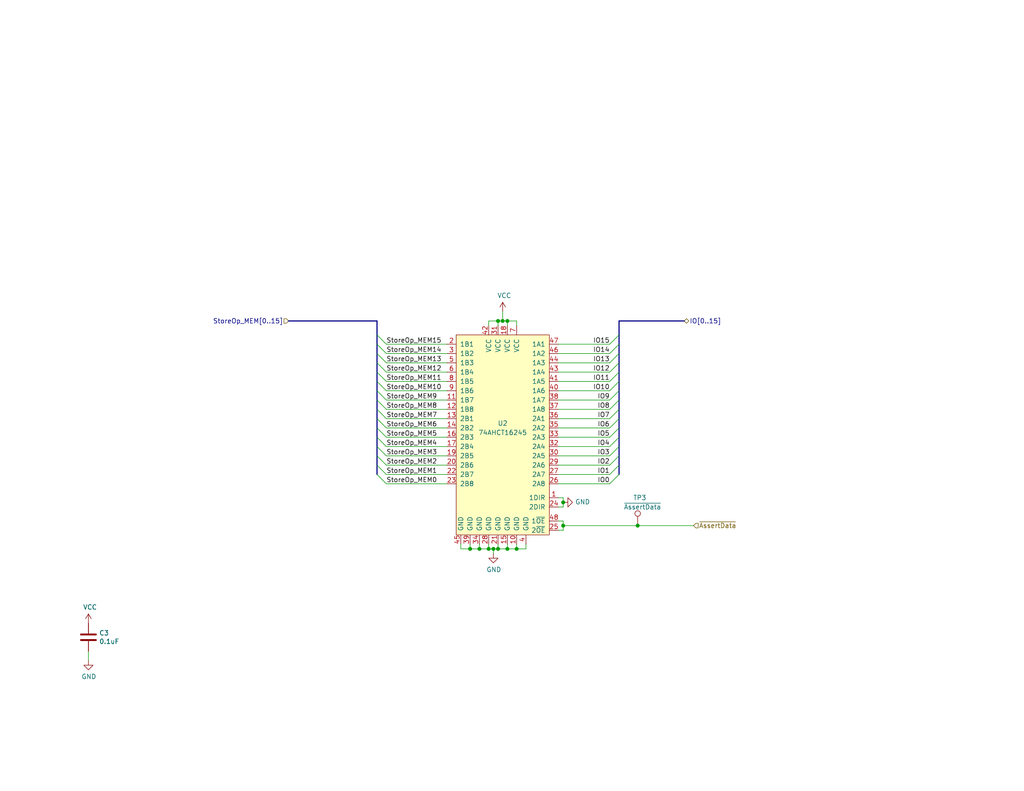
<source format=kicad_sch>
(kicad_sch (version 20230121) (generator eeschema)
  (paper "USLetter")
  (title_block (title "MEM: Buffer StoreOp") (date "2023-11-20") (rev "A") (comment 3 "This allows peripheral devices to assert their own value to the bus during a Load.") (comment 4 "The store operand can be disconnected from the system memory bus via tristate outputs."))
  (lib_symbols
    (symbol "74xx (kicad5):74AHCT16245_ba" (pin_names (offset 1.016))
      (property "Reference" "U" (at 0 1.27 0))
      (property "Value" "74AHCT16245_ba" (at 0 -1.27 0))
      (symbol "74AHCT16245_ba_0_1"
        (rectangle (start -12.7 26.67) (end 12.7 -27.94) (fill (type background)))
      )
      (symbol "74AHCT16245_ba_1_1"
        (pin input line (at -15.24 -17.78 0) (length 2.54) (name "1DIR") (number "1"))
        (pin power_in line (at -3.81 -30.48 90) (length 2.54) (name "GND") (number "10"))
        (pin input line (at 15.24 8.89 180) (length 2.54) (name "1B7") (number "11"))
        (pin input line (at 15.24 6.35 180) (length 2.54) (name "1B8") (number "12"))
        (pin input line (at 15.24 3.81 180) (length 2.54) (name "2B1") (number "13"))
        (pin input line (at 15.24 1.27 180) (length 2.54) (name "2B2") (number "14"))
        (pin power_in line (at -1.27 -30.48 90) (length 2.54) (name "GND") (number "15"))
        (pin input line (at 15.24 -1.27 180) (length 2.54) (name "2B3") (number "16"))
        (pin input line (at 15.24 -3.81 180) (length 2.54) (name "2B4") (number "17"))
        (pin power_in line (at -1.27 29.21 270) (length 2.54) (name "VCC") (number "18"))
        (pin input line (at 15.24 -6.35 180) (length 2.54) (name "2B5") (number "19"))
        (pin input line (at 15.24 24.13 180) (length 2.54) (name "1B1") (number "2"))
        (pin input line (at 15.24 -8.89 180) (length 2.54) (name "2B6") (number "20"))
        (pin power_in line (at 1.27 -30.48 90) (length 2.54) (name "GND") (number "21"))
        (pin input line (at 15.24 -11.43 180) (length 2.54) (name "2B7") (number "22"))
        (pin input line (at 15.24 -13.97 180) (length 2.54) (name "2B8") (number "23"))
        (pin input line (at -15.24 -20.32 0) (length 2.54) (name "2DIR") (number "24"))
        (pin input line (at -15.24 -26.67 0) (length 2.54) (name "2~{OE}") (number "25"))
        (pin tri_state line (at -15.24 -13.97 0) (length 2.54) (name "2A8") (number "26"))
        (pin tri_state line (at -15.24 -11.43 0) (length 2.54) (name "2A7") (number "27"))
        (pin power_in line (at 3.81 -30.48 90) (length 2.54) (name "GND") (number "28"))
        (pin tri_state line (at -15.24 -8.89 0) (length 2.54) (name "2A6") (number "29"))
        (pin input line (at 15.24 21.59 180) (length 2.54) (name "1B2") (number "3"))
        (pin tri_state line (at -15.24 -6.35 0) (length 2.54) (name "2A5") (number "30"))
        (pin power_in line (at 1.27 29.21 270) (length 2.54) (name "VCC") (number "31"))
        (pin tri_state line (at -15.24 -3.81 0) (length 2.54) (name "2A4") (number "32"))
        (pin tri_state line (at -15.24 -1.27 0) (length 2.54) (name "2A3") (number "33"))
        (pin power_in line (at 6.35 -30.48 90) (length 2.54) (name "GND") (number "34"))
        (pin tri_state line (at -15.24 1.27 0) (length 2.54) (name "2A2") (number "35"))
        (pin tri_state line (at -15.24 3.81 0) (length 2.54) (name "2A1") (number "36"))
        (pin tri_state line (at -15.24 6.35 0) (length 2.54) (name "1A8") (number "37"))
        (pin tri_state line (at -15.24 8.89 0) (length 2.54) (name "1A7") (number "38"))
        (pin power_in line (at 8.89 -30.48 90) (length 2.54) (name "GND") (number "39"))
        (pin power_in line (at -6.35 -30.48 90) (length 2.54) (name "GND") (number "4"))
        (pin tri_state line (at -15.24 11.43 0) (length 2.54) (name "1A6") (number "40"))
        (pin tri_state line (at -15.24 13.97 0) (length 2.54) (name "1A5") (number "41"))
        (pin power_in line (at 3.81 29.21 270) (length 2.54) (name "VCC") (number "42"))
        (pin tri_state line (at -15.24 16.51 0) (length 2.54) (name "1A4") (number "43"))
        (pin tri_state line (at -15.24 19.05 0) (length 2.54) (name "1A3") (number "44"))
        (pin power_in line (at 11.43 -30.48 90) (length 2.54) (name "GND") (number "45"))
        (pin tri_state line (at -15.24 21.59 0) (length 2.54) (name "1A2") (number "46"))
        (pin tri_state line (at -15.24 24.13 0) (length 2.54) (name "1A1") (number "47"))
        (pin input line (at -15.24 -24.13 0) (length 2.54) (name "1~{OE}") (number "48"))
        (pin input line (at 15.24 19.05 180) (length 2.54) (name "1B3") (number "5"))
        (pin input line (at 15.24 16.51 180) (length 2.54) (name "1B4") (number "6"))
        (pin power_in line (at -3.81 29.21 270) (length 2.54) (name "VCC") (number "7"))
        (pin input line (at 15.24 13.97 180) (length 2.54) (name "1B5") (number "8"))
        (pin input line (at 15.24 11.43 180) (length 2.54) (name "1B6") (number "9"))
      )
    )
    (symbol "Connector:TestPoint" (pin_numbers hide) (pin_names (offset 0.762) hide)
      (property "Reference" "TP" (at 0 6.858 0))
      (property "Value" "TestPoint" (at 0 5.08 0))
      (symbol "TestPoint_0_1"
        (circle (center 0 3.302) (radius 0.762))
      )
      (symbol "TestPoint_1_1"
        (pin passive line (at 0 0 90) (length 2.54) (name "1") (number "1"))
      )
    )
    (symbol "Device:C" (pin_numbers hide) (pin_names (offset 0.254))
      (property "Reference" "C" (at 0.635 2.54 0))
      (property "Value" "C" (at 0.635 -2.54 0))
      (symbol "C_0_1"
        (polyline (pts (xy -2.032 -0.762) (xy 2.032 -0.762)) (stroke (width 0.508)))
        (polyline (pts (xy -2.032 0.762) (xy 2.032 0.762)) (stroke (width 0.508)))
      )
      (symbol "C_1_1"
        (pin passive line (at 0 3.81 270) (length 2.794) (name "~") (number "1"))
        (pin passive line (at 0 -3.81 90) (length 2.794) (name "~") (number "2"))
      )
    )
    (symbol "power:GND" (power) (pin_names (offset 0))
      (property "Value" "GND" (at 0 -3.81 0))
      (symbol "GND_0_1"
        (polyline (pts (xy 0 0) (xy 0 -1.27) (xy 1.27 -1.27) (xy 0 -2.54) (xy -1.27 -1.27) (xy 0 -1.27)))
      )
      (symbol "GND_1_1"
        (pin power_in line (at 0 0 270) (length 0) hide (name "GND") (number "1"))
      )
    )
    (symbol "power:VCC" (power) (pin_names (offset 0))
      (property "Value" "VCC" (at 0 3.81 0))
      (symbol "VCC_0_1"
        (polyline (pts (xy -0.762 1.27) (xy 0 2.54)))
        (polyline (pts (xy 0 0) (xy 0 2.54)))
        (polyline (pts (xy 0 2.54) (xy 0.762 1.27)))
      )
      (symbol "VCC_1_1"
        (pin power_in line (at 0 0 90) (length 0) hide (name "VCC") (number "1"))
      )
    )
  )
  (junction (at 153.67 143.51))
  (junction (at 135.89 87.63))
  (junction (at 173.99 143.51))
  (junction (at 133.35 149.86))
  (junction (at 134.62 149.86))
  (junction (at 153.67 137.16))
  (junction (at 138.43 149.86))
  (junction (at 138.43 87.63))
  (junction (at 140.97 149.86))
  (junction (at 130.81 149.86))
  (junction (at 135.89 149.86))
  (junction (at 137.16 87.63))
  (junction (at 128.27 149.86))
  (bus_entry (at 105.41 111.76) (size -2.54 -2.54))
  (bus_entry (at 105.41 99.06) (size -2.54 -2.54))
  (bus_entry (at 166.37 111.76) (size 2.54 -2.54))
  (bus_entry (at 105.41 106.68) (size -2.54 -2.54))
  (bus_entry (at 166.37 116.84) (size 2.54 -2.54))
  (bus_entry (at 166.37 96.52) (size 2.54 -2.54))
  (bus_entry (at 105.41 114.3) (size -2.54 -2.54))
  (bus_entry (at 105.41 119.38) (size -2.54 -2.54))
  (bus_entry (at 166.37 121.92) (size 2.54 -2.54))
  (bus_entry (at 105.41 116.84) (size -2.54 -2.54))
  (bus_entry (at 166.37 106.68) (size 2.54 -2.54))
  (bus_entry (at 166.37 104.14) (size 2.54 -2.54))
  (bus_entry (at 105.41 121.92) (size -2.54 -2.54))
  (bus_entry (at 166.37 101.6) (size 2.54 -2.54))
  (bus_entry (at 166.37 132.08) (size 2.54 -2.54))
  (bus_entry (at 166.37 93.98) (size 2.54 -2.54))
  (bus_entry (at 166.37 114.3) (size 2.54 -2.54))
  (bus_entry (at 166.37 124.46) (size 2.54 -2.54))
  (bus_entry (at 105.41 101.6) (size -2.54 -2.54))
  (bus_entry (at 105.41 129.54) (size -2.54 -2.54))
  (bus_entry (at 166.37 119.38) (size 2.54 -2.54))
  (bus_entry (at 166.37 127) (size 2.54 -2.54))
  (bus_entry (at 105.41 124.46) (size -2.54 -2.54))
  (bus_entry (at 105.41 127) (size -2.54 -2.54))
  (bus_entry (at 105.41 93.98) (size -2.54 -2.54))
  (bus_entry (at 105.41 104.14) (size -2.54 -2.54))
  (bus_entry (at 105.41 132.08) (size -2.54 -2.54))
  (bus_entry (at 166.37 99.06) (size 2.54 -2.54))
  (bus_entry (at 105.41 96.52) (size -2.54 -2.54))
  (bus_entry (at 105.41 109.22) (size -2.54 -2.54))
  (bus_entry (at 166.37 129.54) (size 2.54 -2.54))
  (bus_entry (at 166.37 109.22) (size 2.54 -2.54))
  (wire (pts (xy 105.41 111.76) (xy 121.92 111.76)))
  (wire (pts (xy 135.89 148.59) (xy 135.89 149.86)))
  (wire (pts (xy 135.89 87.63) (xy 137.16 87.63)))
  (bus (pts (xy 168.91 109.22) (xy 168.91 111.76)))
  (wire (pts (xy 125.73 148.59) (xy 125.73 149.86)))
  (wire (pts (xy 166.37 101.6) (xy 152.4 101.6)))
  (wire (pts (xy 153.67 143.51) (xy 153.67 144.78)))
  (wire (pts (xy 166.37 109.22) (xy 152.4 109.22)))
  (wire (pts (xy 166.37 119.38) (xy 152.4 119.38)))
  (wire (pts (xy 153.67 142.24) (xy 153.67 143.51)))
  (wire (pts (xy 137.16 87.63) (xy 137.16 85.09)))
  (wire (pts (xy 152.4 135.89) (xy 153.67 135.89)))
  (wire (pts (xy 143.51 149.86) (xy 143.51 148.59)))
  (bus (pts (xy 168.91 127) (xy 168.91 129.54)))
  (wire (pts (xy 105.41 124.46) (xy 121.92 124.46)))
  (wire (pts (xy 105.41 101.6) (xy 121.92 101.6)))
  (wire (pts (xy 105.41 106.68) (xy 121.92 106.68)))
  (wire (pts (xy 138.43 149.86) (xy 140.97 149.86)))
  (wire (pts (xy 135.89 88.9) (xy 135.89 87.63)))
  (wire (pts (xy 105.41 132.08) (xy 121.92 132.08)))
  (wire (pts (xy 134.62 149.86) (xy 134.62 151.13)))
  (wire (pts (xy 153.67 143.51) (xy 173.99 143.51)))
  (wire (pts (xy 105.41 129.54) (xy 121.92 129.54)))
  (bus (pts (xy 102.87 87.63) (xy 78.74 87.63)))
  (bus (pts (xy 168.91 101.6) (xy 168.91 104.14)))
  (wire (pts (xy 140.97 148.59) (xy 140.97 149.86)))
  (wire (pts (xy 166.37 127) (xy 152.4 127)))
  (wire (pts (xy 166.37 116.84) (xy 152.4 116.84)))
  (bus (pts (xy 168.91 124.46) (xy 168.91 127)))
  (wire (pts (xy 134.62 149.86) (xy 135.89 149.86)))
  (bus (pts (xy 102.87 96.52) (xy 102.87 99.06)))
  (wire (pts (xy 166.37 114.3) (xy 152.4 114.3)))
  (wire (pts (xy 128.27 149.86) (xy 130.81 149.86)))
  (bus (pts (xy 102.87 124.46) (xy 102.87 127)))
  (wire (pts (xy 130.81 148.59) (xy 130.81 149.86)))
  (wire (pts (xy 153.67 144.78) (xy 152.4 144.78)))
  (bus (pts (xy 102.87 114.3) (xy 102.87 116.84)))
  (bus (pts (xy 102.87 119.38) (xy 102.87 121.92)))
  (bus (pts (xy 102.87 104.14) (xy 102.87 106.68)))
  (bus (pts (xy 168.91 104.14) (xy 168.91 106.68)))
  (bus (pts (xy 102.87 91.44) (xy 102.87 93.98)))
  (wire (pts (xy 153.67 138.43) (xy 152.4 138.43)))
  (bus (pts (xy 168.91 116.84) (xy 168.91 119.38)))
  (bus (pts (xy 102.87 99.06) (xy 102.87 101.6)))
  (bus (pts (xy 102.87 116.84) (xy 102.87 119.38)))
  (bus (pts (xy 168.91 106.68) (xy 168.91 109.22)))
  (wire (pts (xy 105.41 119.38) (xy 121.92 119.38)))
  (bus (pts (xy 168.91 87.63) (xy 168.91 91.44)))
  (wire (pts (xy 105.41 116.84) (xy 121.92 116.84)))
  (wire (pts (xy 166.37 99.06) (xy 152.4 99.06)))
  (wire (pts (xy 105.41 104.14) (xy 121.92 104.14)))
  (wire (pts (xy 153.67 137.16) (xy 153.67 138.43)))
  (bus (pts (xy 168.91 96.52) (xy 168.91 99.06)))
  (wire (pts (xy 105.41 93.98) (xy 121.92 93.98)))
  (wire (pts (xy 166.37 93.98) (xy 152.4 93.98)))
  (wire (pts (xy 133.35 87.63) (xy 135.89 87.63)))
  (bus (pts (xy 102.87 109.22) (xy 102.87 111.76)))
  (wire (pts (xy 105.41 96.52) (xy 121.92 96.52)))
  (bus (pts (xy 102.87 111.76) (xy 102.87 114.3)))
  (wire (pts (xy 138.43 87.63) (xy 140.97 87.63)))
  (bus (pts (xy 102.87 121.92) (xy 102.87 124.46)))
  (bus (pts (xy 168.91 93.98) (xy 168.91 96.52)))
  (bus (pts (xy 168.91 121.92) (xy 168.91 124.46)))
  (bus (pts (xy 102.87 101.6) (xy 102.87 104.14)))
  (wire (pts (xy 105.41 99.06) (xy 121.92 99.06)))
  (wire (pts (xy 133.35 149.86) (xy 134.62 149.86)))
  (wire (pts (xy 105.41 127) (xy 121.92 127)))
  (wire (pts (xy 133.35 148.59) (xy 133.35 149.86)))
  (wire (pts (xy 166.37 104.14) (xy 152.4 104.14)))
  (bus (pts (xy 168.91 87.63) (xy 186.69 87.63)))
  (wire (pts (xy 166.37 96.52) (xy 152.4 96.52)))
  (wire (pts (xy 138.43 87.63) (xy 138.43 88.9)))
  (wire (pts (xy 166.37 132.08) (xy 152.4 132.08)))
  (bus (pts (xy 102.87 87.63) (xy 102.87 91.44)))
  (bus (pts (xy 102.87 106.68) (xy 102.87 109.22)))
  (bus (pts (xy 168.91 91.44) (xy 168.91 93.98)))
  (wire (pts (xy 166.37 106.68) (xy 152.4 106.68)))
  (wire (pts (xy 133.35 88.9) (xy 133.35 87.63)))
  (wire (pts (xy 125.73 149.86) (xy 128.27 149.86)))
  (wire (pts (xy 140.97 149.86) (xy 143.51 149.86)))
  (bus (pts (xy 168.91 119.38) (xy 168.91 121.92)))
  (wire (pts (xy 166.37 121.92) (xy 152.4 121.92)))
  (wire (pts (xy 128.27 148.59) (xy 128.27 149.86)))
  (wire (pts (xy 138.43 148.59) (xy 138.43 149.86)))
  (wire (pts (xy 137.16 87.63) (xy 138.43 87.63)))
  (bus (pts (xy 102.87 127) (xy 102.87 129.54)))
  (wire (pts (xy 24.13 180.34) (xy 24.13 177.8)))
  (wire (pts (xy 105.41 114.3) (xy 121.92 114.3)))
  (bus (pts (xy 102.87 93.98) (xy 102.87 96.52)))
  (bus (pts (xy 168.91 114.3) (xy 168.91 116.84)))
  (wire (pts (xy 166.37 124.46) (xy 152.4 124.46)))
  (wire (pts (xy 153.67 135.89) (xy 153.67 137.16)))
  (wire (pts (xy 173.99 143.51) (xy 189.23 143.51)))
  (wire (pts (xy 166.37 129.54) (xy 152.4 129.54)))
  (wire (pts (xy 130.81 149.86) (xy 133.35 149.86)))
  (wire (pts (xy 140.97 87.63) (xy 140.97 88.9)))
  (bus (pts (xy 168.91 111.76) (xy 168.91 114.3)))
  (wire (pts (xy 152.4 142.24) (xy 153.67 142.24)))
  (bus (pts (xy 168.91 99.06) (xy 168.91 101.6)))
  (wire (pts (xy 105.41 121.92) (xy 121.92 121.92)))
  (wire (pts (xy 166.37 111.76) (xy 152.4 111.76)))
  (wire (pts (xy 105.41 109.22) (xy 121.92 109.22)))
  (wire (pts (xy 135.89 149.86) (xy 138.43 149.86)))
  (label "StoreOp_MEM9" (at 105.41 109.22 0))
  (label "IO0" (at 166.37 132.08 180))
  (label "StoreOp_MEM7" (at 105.41 114.3 0))
  (label "StoreOp_MEM11" (at 105.41 104.14 0))
  (label "StoreOp_MEM1" (at 105.41 129.54 0))
  (label "StoreOp_MEM10" (at 105.41 106.68 0))
  (label "IO15" (at 166.37 93.98 180))
  (label "IO13" (at 166.37 99.06 180))
  (label "IO8" (at 166.37 111.76 180))
  (label "IO12" (at 166.37 101.6 180))
  (label "StoreOp_MEM12" (at 105.41 101.6 0))
  (label "IO4" (at 166.37 121.92 180))
  (label "StoreOp_MEM15" (at 105.41 93.98 0))
  (label "StoreOp_MEM4" (at 105.41 121.92 0))
  (label "IO6" (at 166.37 116.84 180))
  (label "StoreOp_MEM8" (at 105.41 111.76 0))
  (label "IO2" (at 166.37 127 180))
  (label "StoreOp_MEM13" (at 105.41 99.06 0))
  (label "StoreOp_MEM3" (at 105.41 124.46 0))
  (label "IO1" (at 166.37 129.54 180))
  (label "StoreOp_MEM2" (at 105.41 127 0))
  (label "StoreOp_MEM0" (at 105.41 132.08 0))
  (label "IO5" (at 166.37 119.38 180))
  (label "IO7" (at 166.37 114.3 180))
  (label "IO14" (at 166.37 96.52 180))
  (label "StoreOp_MEM14" (at 105.41 96.52 0))
  (label "IO10" (at 166.37 106.68 180))
  (label "StoreOp_MEM5" (at 105.41 119.38 0))
  (label "IO11" (at 166.37 104.14 180))
  (label "IO9" (at 166.37 109.22 180))
  (label "IO3" (at 166.37 124.46 180))
  (label "StoreOp_MEM6" (at 105.41 116.84 0))
  (hierarchical_label "StoreOp_MEM[0..15]" (shape input) (at 78.74 87.63 180))
  (hierarchical_label "~{AssertData}" (shape input) (at 189.23 143.51 0))
  (hierarchical_label "IO[0..15]" (shape tri_state) (at 186.69 87.63 0))
  (symbol (lib_id "Device:C") (at 24.13 173.99 0) (unit 1)
    (property "Reference" "C3" (at 27.051 172.8216 0) (effects (justify left)))
    (property "Value" "0.1uF" (at 27.051 175.133 0) (effects (justify left)))
    (property "Footprint" "Capacitor_SMD:C_0603_1608Metric_Pad1.08x0.95mm_HandSolder" (effects hide))
    (property "Mouser" "https://www.mouser.com/ProductDetail/963-EMK107B7104KAHT" (effects hide))
  )
  (symbol (lib_id "power:VCC") (at 24.13 170.18 0) (unit 1)
    (property "Reference" "#PWR018" (effects hide))
    (property "Value" "VCC" (at 24.5618 165.7858 0))
  )
  (symbol (lib_id "power:GND") (at 24.13 180.34 0) (unit 1)
    (property "Reference" "#PWR019" (effects hide))
    (property "Value" "GND" (at 24.257 184.7342 0))
  )
  (symbol (lib_id "power:GND") (at 134.62 151.13 0) (unit 1)
    (property "Reference" "#PWR020" (effects hide))
    (property "Value" "GND" (at 134.747 155.5242 0))
  )
  (symbol (lib_id "power:VCC") (at 137.16 85.09 0) (unit 1)
    (property "Reference" "#PWR021" (effects hide))
    (property "Value" "VCC" (at 137.5918 80.6958 0))
  )
  (symbol (lib_id "74xx (kicad5):74AHCT16245_ba") (at 137.16 118.11 0) (mirror y) (unit 1)
    (property "Reference" "U2" (at 137.16 115.57 0))
    (property "Value" "74AHCT16245" (at 137.16 118.11 0))
    (property "Footprint" "Package_SO:TSSOP-48_6.1x12.5mm_P0.5mm" (effects hide))
    (property "Datasheet" "https://www.ti.com/lit/ds/symlink/sn74ahct16245.pdf?HQS=dis-mous-null-mousermode-dsf-pf-null-wwe&ts=1617319205092" (effects hide))
    (property "Mouser" "https://www.mouser.com/ProductDetail/Texas-Instruments/74AHCT16245DLRG4?qs=%2Fha2pyFaduixTLlQ%252B3rIFW8KDPMe6E5CxoQ2Fc519Y9S5BWJ%252B%2FVWeIYQshP1VtN3&utm_source=octopart&utm_medium=aggregator&utm_campaign=595-74AHCT16245DLRG4&utm_content=Texas%20Instruments" (effects hide))
  )
  (symbol (lib_id "power:GND") (at 153.67 137.16 90) (unit 1)
    (property "Reference" "#PWR022" (effects hide))
    (property "Value" "GND" (at 156.9212 137.033 90) (effects (justify right)))
  )
  (symbol (lib_id "Connector:TestPoint") (at 173.99 143.51 0) (unit 1)
    (property "Reference" "TP3" (at 172.72 135.89 0) (effects (justify left)))
    (property "Value" "~{AssertData}" (at 170.18 138.43 0) (effects (justify left)))
    (property "Footprint" "TestPoint:TestPoint_Pad_D1.0mm" (effects hide))
  )
)
</source>
